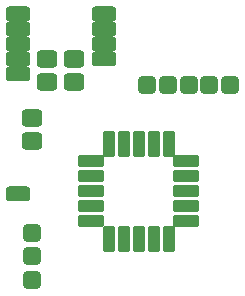
<source format=gts>
G04 #@! TF.GenerationSoftware,KiCad,Pcbnew,7.0.11*
G04 #@! TF.CreationDate,2025-03-05T13:55:34+11:00*
G04 #@! TF.ProjectId,notestmode3,6e6f7465-7374-46d6-9f64-65332e6b6963,rev?*
G04 #@! TF.SameCoordinates,Original*
G04 #@! TF.FileFunction,Soldermask,Top*
G04 #@! TF.FilePolarity,Negative*
%FSLAX46Y46*%
G04 Gerber Fmt 4.6, Leading zero omitted, Abs format (unit mm)*
G04 Created by KiCad (PCBNEW 7.0.11) date 2025-03-05 13:55:34*
%MOMM*%
%LPD*%
G01*
G04 APERTURE LIST*
G04 Aperture macros list*
%AMRoundRect*
0 Rectangle with rounded corners*
0 $1 Rounding radius*
0 $2 $3 $4 $5 $6 $7 $8 $9 X,Y pos of 4 corners*
0 Add a 4 corners polygon primitive as box body*
4,1,4,$2,$3,$4,$5,$6,$7,$8,$9,$2,$3,0*
0 Add four circle primitives for the rounded corners*
1,1,$1+$1,$2,$3*
1,1,$1+$1,$4,$5*
1,1,$1+$1,$6,$7*
1,1,$1+$1,$8,$9*
0 Add four rect primitives between the rounded corners*
20,1,$1+$1,$2,$3,$4,$5,0*
20,1,$1+$1,$4,$5,$6,$7,0*
20,1,$1+$1,$6,$7,$8,$9,0*
20,1,$1+$1,$8,$9,$2,$3,0*%
G04 Aperture macros list end*
%ADD10RoundRect,0.300960X-0.451440X-0.451440X0.451440X-0.451440X0.451440X0.451440X-0.451440X0.451440X0*%
%ADD11RoundRect,0.317500X-0.723900X-0.317500X0.723900X-0.317500X0.723900X0.317500X-0.723900X0.317500X0*%
%ADD12RoundRect,0.313500X0.538900X-0.438900X0.538900X0.438900X-0.538900X0.438900X-0.538900X-0.438900X0*%
%ADD13RoundRect,0.152400X0.350000X0.962500X-0.350000X0.962500X-0.350000X-0.962500X0.350000X-0.962500X0*%
%ADD14RoundRect,0.152400X0.962500X0.350000X-0.962500X0.350000X-0.962500X-0.350000X0.962500X-0.350000X0*%
G04 APERTURE END LIST*
D10*
G04 #@! TO.C,J6*
X137250000Y-132999000D03*
G04 #@! TD*
G04 #@! TO.C,J4*
X140750000Y-133000000D03*
G04 #@! TD*
G04 #@! TO.C,J17*
X124000000Y-145500000D03*
G04 #@! TD*
G04 #@! TO.C,J8*
X133750000Y-132999000D03*
G04 #@! TD*
G04 #@! TO.C,J7*
X135500000Y-133000000D03*
G04 #@! TD*
G04 #@! TO.C,J19*
X124000000Y-149500000D03*
G04 #@! TD*
D11*
G04 #@! TO.C,J1*
X122809000Y-127000000D03*
X122809000Y-128270000D03*
X122809000Y-129540000D03*
X122809000Y-130810000D03*
X122809000Y-132080000D03*
X122809000Y-142240000D03*
X130048000Y-130810000D03*
X130048000Y-129540000D03*
X130048000Y-128270000D03*
X130048000Y-127000000D03*
G04 #@! TD*
D10*
G04 #@! TO.C,J5*
X139000000Y-133000000D03*
G04 #@! TD*
D12*
G04 #@! TO.C,R1*
X124000000Y-137750000D03*
X124000000Y-135750000D03*
G04 #@! TD*
G04 #@! TO.C,R2*
X125250000Y-132750000D03*
X125250000Y-130750000D03*
G04 #@! TD*
D10*
G04 #@! TO.C,J18*
X124000000Y-147500000D03*
G04 #@! TD*
D12*
G04 #@! TO.C,R3*
X127500000Y-132750000D03*
X127500000Y-130750000D03*
G04 #@! TD*
D13*
G04 #@! TO.C,U2*
X133000000Y-146052500D03*
X134270000Y-146052500D03*
X135540000Y-146052500D03*
D14*
X137052500Y-144540000D03*
X137052500Y-143270000D03*
X137052500Y-142000000D03*
X137052500Y-140730000D03*
X137052500Y-139460000D03*
D13*
X135540000Y-137947500D03*
X134270000Y-137947500D03*
X133000000Y-137947500D03*
X131730000Y-137947500D03*
X130460000Y-137947500D03*
D14*
X128947500Y-139460000D03*
X128947500Y-140730000D03*
X128947500Y-142000000D03*
X128947500Y-143270000D03*
X128947500Y-144540000D03*
D13*
X130460000Y-146052500D03*
X131730000Y-146052500D03*
G04 #@! TD*
M02*

</source>
